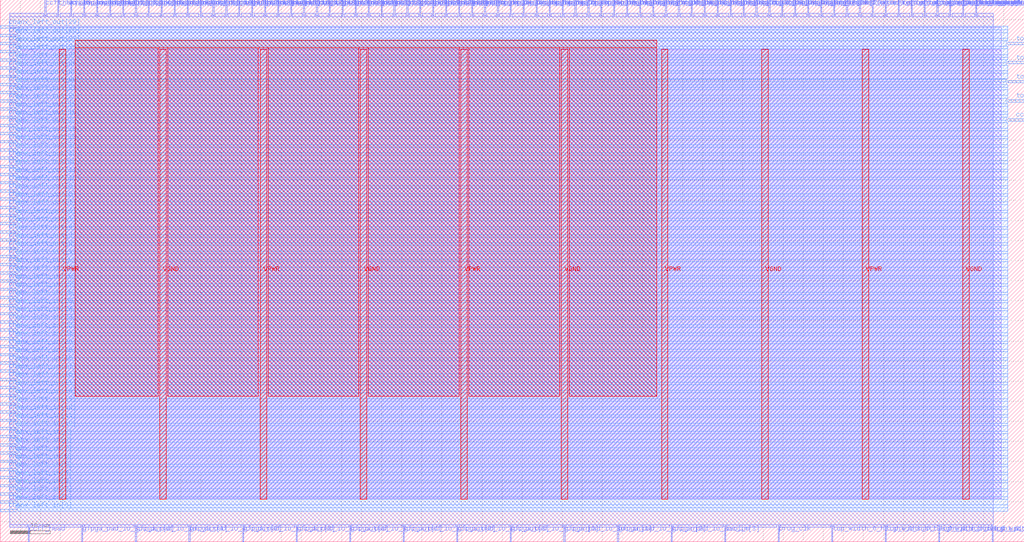
<source format=lef>
VERSION 5.7 ;
  NOWIREEXTENSIONATPIN ON ;
  DIVIDERCHAR "/" ;
  BUSBITCHARS "[]" ;
MACRO bottom_right_tile
  CLASS BLOCK ;
  FOREIGN bottom_right_tile ;
  ORIGIN 0.000 0.000 ;
  SIZE 255.000 BY 135.000 ;
  PIN VGND
    DIRECTION INOUT ;
    USE GROUND ;
    PORT
      LAYER met4 ;
        RECT 39.720 10.640 41.320 122.640 ;
    END
    PORT
      LAYER met4 ;
        RECT 89.720 10.640 91.320 122.640 ;
    END
    PORT
      LAYER met4 ;
        RECT 139.720 10.640 141.320 122.640 ;
    END
    PORT
      LAYER met4 ;
        RECT 189.720 10.640 191.320 122.640 ;
    END
    PORT
      LAYER met4 ;
        RECT 239.720 10.640 241.320 122.640 ;
    END
  END VGND
  PIN VPWR
    DIRECTION INOUT ;
    USE POWER ;
    PORT
      LAYER met4 ;
        RECT 14.720 10.640 16.320 122.640 ;
    END
    PORT
      LAYER met4 ;
        RECT 64.720 10.640 66.320 122.640 ;
    END
    PORT
      LAYER met4 ;
        RECT 114.720 10.640 116.320 122.640 ;
    END
    PORT
      LAYER met4 ;
        RECT 164.720 10.640 166.320 122.640 ;
    END
    PORT
      LAYER met4 ;
        RECT 214.720 10.640 216.320 122.640 ;
    END
  END VPWR
  PIN ccff_head
    DIRECTION INPUT ;
    USE SIGNAL ;
    PORT
      LAYER met2 ;
        RECT 6.990 0.000 7.270 4.000 ;
    END
  END ccff_head
  PIN ccff_head_1
    DIRECTION INPUT ;
    USE SIGNAL ;
    PORT
      LAYER met2 ;
        RECT 242.970 131.000 243.250 135.000 ;
    END
  END ccff_head_1
  PIN ccff_tail
    DIRECTION OUTPUT TRISTATE ;
    USE SIGNAL ;
    PORT
      LAYER met3 ;
        RECT 251.000 104.760 255.000 105.360 ;
    END
  END ccff_tail
  PIN ccff_tail_0
    DIRECTION OUTPUT TRISTATE ;
    USE SIGNAL ;
    PORT
      LAYER met2 ;
        RECT 11.130 131.000 11.410 135.000 ;
    END
  END ccff_tail_0
  PIN chanx_left_in[0]
    DIRECTION INPUT ;
    USE SIGNAL ;
    PORT
      LAYER met3 ;
        RECT 0.000 7.520 4.000 8.120 ;
    END
  END chanx_left_in[0]
  PIN chanx_left_in[10]
    DIRECTION INPUT ;
    USE SIGNAL ;
    PORT
      LAYER met3 ;
        RECT 0.000 27.920 4.000 28.520 ;
    END
  END chanx_left_in[10]
  PIN chanx_left_in[11]
    DIRECTION INPUT ;
    USE SIGNAL ;
    PORT
      LAYER met3 ;
        RECT 0.000 29.960 4.000 30.560 ;
    END
  END chanx_left_in[11]
  PIN chanx_left_in[12]
    DIRECTION INPUT ;
    USE SIGNAL ;
    PORT
      LAYER met3 ;
        RECT 0.000 32.000 4.000 32.600 ;
    END
  END chanx_left_in[12]
  PIN chanx_left_in[13]
    DIRECTION INPUT ;
    USE SIGNAL ;
    PORT
      LAYER met3 ;
        RECT 0.000 34.040 4.000 34.640 ;
    END
  END chanx_left_in[13]
  PIN chanx_left_in[14]
    DIRECTION INPUT ;
    USE SIGNAL ;
    PORT
      LAYER met3 ;
        RECT 0.000 36.080 4.000 36.680 ;
    END
  END chanx_left_in[14]
  PIN chanx_left_in[15]
    DIRECTION INPUT ;
    USE SIGNAL ;
    PORT
      LAYER met3 ;
        RECT 0.000 38.120 4.000 38.720 ;
    END
  END chanx_left_in[15]
  PIN chanx_left_in[16]
    DIRECTION INPUT ;
    USE SIGNAL ;
    PORT
      LAYER met3 ;
        RECT 0.000 40.160 4.000 40.760 ;
    END
  END chanx_left_in[16]
  PIN chanx_left_in[17]
    DIRECTION INPUT ;
    USE SIGNAL ;
    PORT
      LAYER met3 ;
        RECT 0.000 42.200 4.000 42.800 ;
    END
  END chanx_left_in[17]
  PIN chanx_left_in[18]
    DIRECTION INPUT ;
    USE SIGNAL ;
    PORT
      LAYER met3 ;
        RECT 0.000 44.240 4.000 44.840 ;
    END
  END chanx_left_in[18]
  PIN chanx_left_in[19]
    DIRECTION INPUT ;
    USE SIGNAL ;
    PORT
      LAYER met3 ;
        RECT 0.000 46.280 4.000 46.880 ;
    END
  END chanx_left_in[19]
  PIN chanx_left_in[1]
    DIRECTION INPUT ;
    USE SIGNAL ;
    PORT
      LAYER met3 ;
        RECT 0.000 9.560 4.000 10.160 ;
    END
  END chanx_left_in[1]
  PIN chanx_left_in[20]
    DIRECTION INPUT ;
    USE SIGNAL ;
    PORT
      LAYER met3 ;
        RECT 0.000 48.320 4.000 48.920 ;
    END
  END chanx_left_in[20]
  PIN chanx_left_in[21]
    DIRECTION INPUT ;
    USE SIGNAL ;
    PORT
      LAYER met3 ;
        RECT 0.000 50.360 4.000 50.960 ;
    END
  END chanx_left_in[21]
  PIN chanx_left_in[22]
    DIRECTION INPUT ;
    USE SIGNAL ;
    PORT
      LAYER met3 ;
        RECT 0.000 52.400 4.000 53.000 ;
    END
  END chanx_left_in[22]
  PIN chanx_left_in[23]
    DIRECTION INPUT ;
    USE SIGNAL ;
    PORT
      LAYER met3 ;
        RECT 0.000 54.440 4.000 55.040 ;
    END
  END chanx_left_in[23]
  PIN chanx_left_in[24]
    DIRECTION INPUT ;
    USE SIGNAL ;
    PORT
      LAYER met3 ;
        RECT 0.000 56.480 4.000 57.080 ;
    END
  END chanx_left_in[24]
  PIN chanx_left_in[25]
    DIRECTION INPUT ;
    USE SIGNAL ;
    PORT
      LAYER met3 ;
        RECT 0.000 58.520 4.000 59.120 ;
    END
  END chanx_left_in[25]
  PIN chanx_left_in[26]
    DIRECTION INPUT ;
    USE SIGNAL ;
    PORT
      LAYER met3 ;
        RECT 0.000 60.560 4.000 61.160 ;
    END
  END chanx_left_in[26]
  PIN chanx_left_in[27]
    DIRECTION INPUT ;
    USE SIGNAL ;
    PORT
      LAYER met3 ;
        RECT 0.000 62.600 4.000 63.200 ;
    END
  END chanx_left_in[27]
  PIN chanx_left_in[28]
    DIRECTION INPUT ;
    USE SIGNAL ;
    PORT
      LAYER met3 ;
        RECT 0.000 64.640 4.000 65.240 ;
    END
  END chanx_left_in[28]
  PIN chanx_left_in[29]
    DIRECTION INPUT ;
    USE SIGNAL ;
    PORT
      LAYER met3 ;
        RECT 0.000 66.680 4.000 67.280 ;
    END
  END chanx_left_in[29]
  PIN chanx_left_in[2]
    DIRECTION INPUT ;
    USE SIGNAL ;
    PORT
      LAYER met3 ;
        RECT 0.000 11.600 4.000 12.200 ;
    END
  END chanx_left_in[2]
  PIN chanx_left_in[3]
    DIRECTION INPUT ;
    USE SIGNAL ;
    PORT
      LAYER met3 ;
        RECT 0.000 13.640 4.000 14.240 ;
    END
  END chanx_left_in[3]
  PIN chanx_left_in[4]
    DIRECTION INPUT ;
    USE SIGNAL ;
    PORT
      LAYER met3 ;
        RECT 0.000 15.680 4.000 16.280 ;
    END
  END chanx_left_in[4]
  PIN chanx_left_in[5]
    DIRECTION INPUT ;
    USE SIGNAL ;
    PORT
      LAYER met3 ;
        RECT 0.000 17.720 4.000 18.320 ;
    END
  END chanx_left_in[5]
  PIN chanx_left_in[6]
    DIRECTION INPUT ;
    USE SIGNAL ;
    PORT
      LAYER met3 ;
        RECT 0.000 19.760 4.000 20.360 ;
    END
  END chanx_left_in[6]
  PIN chanx_left_in[7]
    DIRECTION INPUT ;
    USE SIGNAL ;
    PORT
      LAYER met3 ;
        RECT 0.000 21.800 4.000 22.400 ;
    END
  END chanx_left_in[7]
  PIN chanx_left_in[8]
    DIRECTION INPUT ;
    USE SIGNAL ;
    PORT
      LAYER met3 ;
        RECT 0.000 23.840 4.000 24.440 ;
    END
  END chanx_left_in[8]
  PIN chanx_left_in[9]
    DIRECTION INPUT ;
    USE SIGNAL ;
    PORT
      LAYER met3 ;
        RECT 0.000 25.880 4.000 26.480 ;
    END
  END chanx_left_in[9]
  PIN chanx_left_out[0]
    DIRECTION OUTPUT TRISTATE ;
    USE SIGNAL ;
    PORT
      LAYER met3 ;
        RECT 0.000 68.720 4.000 69.320 ;
    END
  END chanx_left_out[0]
  PIN chanx_left_out[10]
    DIRECTION OUTPUT TRISTATE ;
    USE SIGNAL ;
    PORT
      LAYER met3 ;
        RECT 0.000 89.120 4.000 89.720 ;
    END
  END chanx_left_out[10]
  PIN chanx_left_out[11]
    DIRECTION OUTPUT TRISTATE ;
    USE SIGNAL ;
    PORT
      LAYER met3 ;
        RECT 0.000 91.160 4.000 91.760 ;
    END
  END chanx_left_out[11]
  PIN chanx_left_out[12]
    DIRECTION OUTPUT TRISTATE ;
    USE SIGNAL ;
    PORT
      LAYER met3 ;
        RECT 0.000 93.200 4.000 93.800 ;
    END
  END chanx_left_out[12]
  PIN chanx_left_out[13]
    DIRECTION OUTPUT TRISTATE ;
    USE SIGNAL ;
    PORT
      LAYER met3 ;
        RECT 0.000 95.240 4.000 95.840 ;
    END
  END chanx_left_out[13]
  PIN chanx_left_out[14]
    DIRECTION OUTPUT TRISTATE ;
    USE SIGNAL ;
    PORT
      LAYER met3 ;
        RECT 0.000 97.280 4.000 97.880 ;
    END
  END chanx_left_out[14]
  PIN chanx_left_out[15]
    DIRECTION OUTPUT TRISTATE ;
    USE SIGNAL ;
    PORT
      LAYER met3 ;
        RECT 0.000 99.320 4.000 99.920 ;
    END
  END chanx_left_out[15]
  PIN chanx_left_out[16]
    DIRECTION OUTPUT TRISTATE ;
    USE SIGNAL ;
    PORT
      LAYER met3 ;
        RECT 0.000 101.360 4.000 101.960 ;
    END
  END chanx_left_out[16]
  PIN chanx_left_out[17]
    DIRECTION OUTPUT TRISTATE ;
    USE SIGNAL ;
    PORT
      LAYER met3 ;
        RECT 0.000 103.400 4.000 104.000 ;
    END
  END chanx_left_out[17]
  PIN chanx_left_out[18]
    DIRECTION OUTPUT TRISTATE ;
    USE SIGNAL ;
    PORT
      LAYER met3 ;
        RECT 0.000 105.440 4.000 106.040 ;
    END
  END chanx_left_out[18]
  PIN chanx_left_out[19]
    DIRECTION OUTPUT TRISTATE ;
    USE SIGNAL ;
    PORT
      LAYER met3 ;
        RECT 0.000 107.480 4.000 108.080 ;
    END
  END chanx_left_out[19]
  PIN chanx_left_out[1]
    DIRECTION OUTPUT TRISTATE ;
    USE SIGNAL ;
    PORT
      LAYER met3 ;
        RECT 0.000 70.760 4.000 71.360 ;
    END
  END chanx_left_out[1]
  PIN chanx_left_out[20]
    DIRECTION OUTPUT TRISTATE ;
    USE SIGNAL ;
    PORT
      LAYER met3 ;
        RECT 0.000 109.520 4.000 110.120 ;
    END
  END chanx_left_out[20]
  PIN chanx_left_out[21]
    DIRECTION OUTPUT TRISTATE ;
    USE SIGNAL ;
    PORT
      LAYER met3 ;
        RECT 0.000 111.560 4.000 112.160 ;
    END
  END chanx_left_out[21]
  PIN chanx_left_out[22]
    DIRECTION OUTPUT TRISTATE ;
    USE SIGNAL ;
    PORT
      LAYER met3 ;
        RECT 0.000 113.600 4.000 114.200 ;
    END
  END chanx_left_out[22]
  PIN chanx_left_out[23]
    DIRECTION OUTPUT TRISTATE ;
    USE SIGNAL ;
    PORT
      LAYER met3 ;
        RECT 0.000 115.640 4.000 116.240 ;
    END
  END chanx_left_out[23]
  PIN chanx_left_out[24]
    DIRECTION OUTPUT TRISTATE ;
    USE SIGNAL ;
    PORT
      LAYER met3 ;
        RECT 0.000 117.680 4.000 118.280 ;
    END
  END chanx_left_out[24]
  PIN chanx_left_out[25]
    DIRECTION OUTPUT TRISTATE ;
    USE SIGNAL ;
    PORT
      LAYER met3 ;
        RECT 0.000 119.720 4.000 120.320 ;
    END
  END chanx_left_out[25]
  PIN chanx_left_out[26]
    DIRECTION OUTPUT TRISTATE ;
    USE SIGNAL ;
    PORT
      LAYER met3 ;
        RECT 0.000 121.760 4.000 122.360 ;
    END
  END chanx_left_out[26]
  PIN chanx_left_out[27]
    DIRECTION OUTPUT TRISTATE ;
    USE SIGNAL ;
    PORT
      LAYER met3 ;
        RECT 0.000 123.800 4.000 124.400 ;
    END
  END chanx_left_out[27]
  PIN chanx_left_out[28]
    DIRECTION OUTPUT TRISTATE ;
    USE SIGNAL ;
    PORT
      LAYER met3 ;
        RECT 0.000 125.840 4.000 126.440 ;
    END
  END chanx_left_out[28]
  PIN chanx_left_out[29]
    DIRECTION OUTPUT TRISTATE ;
    USE SIGNAL ;
    PORT
      LAYER met3 ;
        RECT 0.000 127.880 4.000 128.480 ;
    END
  END chanx_left_out[29]
  PIN chanx_left_out[2]
    DIRECTION OUTPUT TRISTATE ;
    USE SIGNAL ;
    PORT
      LAYER met3 ;
        RECT 0.000 72.800 4.000 73.400 ;
    END
  END chanx_left_out[2]
  PIN chanx_left_out[3]
    DIRECTION OUTPUT TRISTATE ;
    USE SIGNAL ;
    PORT
      LAYER met3 ;
        RECT 0.000 74.840 4.000 75.440 ;
    END
  END chanx_left_out[3]
  PIN chanx_left_out[4]
    DIRECTION OUTPUT TRISTATE ;
    USE SIGNAL ;
    PORT
      LAYER met3 ;
        RECT 0.000 76.880 4.000 77.480 ;
    END
  END chanx_left_out[4]
  PIN chanx_left_out[5]
    DIRECTION OUTPUT TRISTATE ;
    USE SIGNAL ;
    PORT
      LAYER met3 ;
        RECT 0.000 78.920 4.000 79.520 ;
    END
  END chanx_left_out[5]
  PIN chanx_left_out[6]
    DIRECTION OUTPUT TRISTATE ;
    USE SIGNAL ;
    PORT
      LAYER met3 ;
        RECT 0.000 80.960 4.000 81.560 ;
    END
  END chanx_left_out[6]
  PIN chanx_left_out[7]
    DIRECTION OUTPUT TRISTATE ;
    USE SIGNAL ;
    PORT
      LAYER met3 ;
        RECT 0.000 83.000 4.000 83.600 ;
    END
  END chanx_left_out[7]
  PIN chanx_left_out[8]
    DIRECTION OUTPUT TRISTATE ;
    USE SIGNAL ;
    PORT
      LAYER met3 ;
        RECT 0.000 85.040 4.000 85.640 ;
    END
  END chanx_left_out[8]
  PIN chanx_left_out[9]
    DIRECTION OUTPUT TRISTATE ;
    USE SIGNAL ;
    PORT
      LAYER met3 ;
        RECT 0.000 87.080 4.000 87.680 ;
    END
  END chanx_left_out[9]
  PIN chany_top_in[0]
    DIRECTION INPUT ;
    USE SIGNAL ;
    PORT
      LAYER met2 ;
        RECT 110.950 131.000 111.230 135.000 ;
    END
  END chany_top_in[0]
  PIN chany_top_in[10]
    DIRECTION INPUT ;
    USE SIGNAL ;
    PORT
      LAYER met2 ;
        RECT 143.150 131.000 143.430 135.000 ;
    END
  END chany_top_in[10]
  PIN chany_top_in[11]
    DIRECTION INPUT ;
    USE SIGNAL ;
    PORT
      LAYER met2 ;
        RECT 146.370 131.000 146.650 135.000 ;
    END
  END chany_top_in[11]
  PIN chany_top_in[12]
    DIRECTION INPUT ;
    USE SIGNAL ;
    PORT
      LAYER met2 ;
        RECT 149.590 131.000 149.870 135.000 ;
    END
  END chany_top_in[12]
  PIN chany_top_in[13]
    DIRECTION INPUT ;
    USE SIGNAL ;
    PORT
      LAYER met2 ;
        RECT 152.810 131.000 153.090 135.000 ;
    END
  END chany_top_in[13]
  PIN chany_top_in[14]
    DIRECTION INPUT ;
    USE SIGNAL ;
    PORT
      LAYER met2 ;
        RECT 156.030 131.000 156.310 135.000 ;
    END
  END chany_top_in[14]
  PIN chany_top_in[15]
    DIRECTION INPUT ;
    USE SIGNAL ;
    PORT
      LAYER met2 ;
        RECT 159.250 131.000 159.530 135.000 ;
    END
  END chany_top_in[15]
  PIN chany_top_in[16]
    DIRECTION INPUT ;
    USE SIGNAL ;
    PORT
      LAYER met2 ;
        RECT 162.470 131.000 162.750 135.000 ;
    END
  END chany_top_in[16]
  PIN chany_top_in[17]
    DIRECTION INPUT ;
    USE SIGNAL ;
    PORT
      LAYER met2 ;
        RECT 165.690 131.000 165.970 135.000 ;
    END
  END chany_top_in[17]
  PIN chany_top_in[18]
    DIRECTION INPUT ;
    USE SIGNAL ;
    PORT
      LAYER met2 ;
        RECT 168.910 131.000 169.190 135.000 ;
    END
  END chany_top_in[18]
  PIN chany_top_in[19]
    DIRECTION INPUT ;
    USE SIGNAL ;
    PORT
      LAYER met2 ;
        RECT 172.130 131.000 172.410 135.000 ;
    END
  END chany_top_in[19]
  PIN chany_top_in[1]
    DIRECTION INPUT ;
    USE SIGNAL ;
    PORT
      LAYER met2 ;
        RECT 114.170 131.000 114.450 135.000 ;
    END
  END chany_top_in[1]
  PIN chany_top_in[20]
    DIRECTION INPUT ;
    USE SIGNAL ;
    PORT
      LAYER met2 ;
        RECT 175.350 131.000 175.630 135.000 ;
    END
  END chany_top_in[20]
  PIN chany_top_in[21]
    DIRECTION INPUT ;
    USE SIGNAL ;
    PORT
      LAYER met2 ;
        RECT 178.570 131.000 178.850 135.000 ;
    END
  END chany_top_in[21]
  PIN chany_top_in[22]
    DIRECTION INPUT ;
    USE SIGNAL ;
    PORT
      LAYER met2 ;
        RECT 181.790 131.000 182.070 135.000 ;
    END
  END chany_top_in[22]
  PIN chany_top_in[23]
    DIRECTION INPUT ;
    USE SIGNAL ;
    PORT
      LAYER met2 ;
        RECT 185.010 131.000 185.290 135.000 ;
    END
  END chany_top_in[23]
  PIN chany_top_in[24]
    DIRECTION INPUT ;
    USE SIGNAL ;
    PORT
      LAYER met2 ;
        RECT 188.230 131.000 188.510 135.000 ;
    END
  END chany_top_in[24]
  PIN chany_top_in[25]
    DIRECTION INPUT ;
    USE SIGNAL ;
    PORT
      LAYER met2 ;
        RECT 191.450 131.000 191.730 135.000 ;
    END
  END chany_top_in[25]
  PIN chany_top_in[26]
    DIRECTION INPUT ;
    USE SIGNAL ;
    PORT
      LAYER met2 ;
        RECT 194.670 131.000 194.950 135.000 ;
    END
  END chany_top_in[26]
  PIN chany_top_in[27]
    DIRECTION INPUT ;
    USE SIGNAL ;
    PORT
      LAYER met2 ;
        RECT 197.890 131.000 198.170 135.000 ;
    END
  END chany_top_in[27]
  PIN chany_top_in[28]
    DIRECTION INPUT ;
    USE SIGNAL ;
    PORT
      LAYER met2 ;
        RECT 201.110 131.000 201.390 135.000 ;
    END
  END chany_top_in[28]
  PIN chany_top_in[29]
    DIRECTION INPUT ;
    USE SIGNAL ;
    PORT
      LAYER met2 ;
        RECT 204.330 131.000 204.610 135.000 ;
    END
  END chany_top_in[29]
  PIN chany_top_in[2]
    DIRECTION INPUT ;
    USE SIGNAL ;
    PORT
      LAYER met2 ;
        RECT 117.390 131.000 117.670 135.000 ;
    END
  END chany_top_in[2]
  PIN chany_top_in[3]
    DIRECTION INPUT ;
    USE SIGNAL ;
    PORT
      LAYER met2 ;
        RECT 120.610 131.000 120.890 135.000 ;
    END
  END chany_top_in[3]
  PIN chany_top_in[4]
    DIRECTION INPUT ;
    USE SIGNAL ;
    PORT
      LAYER met2 ;
        RECT 123.830 131.000 124.110 135.000 ;
    END
  END chany_top_in[4]
  PIN chany_top_in[5]
    DIRECTION INPUT ;
    USE SIGNAL ;
    PORT
      LAYER met2 ;
        RECT 127.050 131.000 127.330 135.000 ;
    END
  END chany_top_in[5]
  PIN chany_top_in[6]
    DIRECTION INPUT ;
    USE SIGNAL ;
    PORT
      LAYER met2 ;
        RECT 130.270 131.000 130.550 135.000 ;
    END
  END chany_top_in[6]
  PIN chany_top_in[7]
    DIRECTION INPUT ;
    USE SIGNAL ;
    PORT
      LAYER met2 ;
        RECT 133.490 131.000 133.770 135.000 ;
    END
  END chany_top_in[7]
  PIN chany_top_in[8]
    DIRECTION INPUT ;
    USE SIGNAL ;
    PORT
      LAYER met2 ;
        RECT 136.710 131.000 136.990 135.000 ;
    END
  END chany_top_in[8]
  PIN chany_top_in[9]
    DIRECTION INPUT ;
    USE SIGNAL ;
    PORT
      LAYER met2 ;
        RECT 139.930 131.000 140.210 135.000 ;
    END
  END chany_top_in[9]
  PIN chany_top_out[0]
    DIRECTION OUTPUT TRISTATE ;
    USE SIGNAL ;
    PORT
      LAYER met2 ;
        RECT 14.350 131.000 14.630 135.000 ;
    END
  END chany_top_out[0]
  PIN chany_top_out[10]
    DIRECTION OUTPUT TRISTATE ;
    USE SIGNAL ;
    PORT
      LAYER met2 ;
        RECT 46.550 131.000 46.830 135.000 ;
    END
  END chany_top_out[10]
  PIN chany_top_out[11]
    DIRECTION OUTPUT TRISTATE ;
    USE SIGNAL ;
    PORT
      LAYER met2 ;
        RECT 49.770 131.000 50.050 135.000 ;
    END
  END chany_top_out[11]
  PIN chany_top_out[12]
    DIRECTION OUTPUT TRISTATE ;
    USE SIGNAL ;
    PORT
      LAYER met2 ;
        RECT 52.990 131.000 53.270 135.000 ;
    END
  END chany_top_out[12]
  PIN chany_top_out[13]
    DIRECTION OUTPUT TRISTATE ;
    USE SIGNAL ;
    PORT
      LAYER met2 ;
        RECT 56.210 131.000 56.490 135.000 ;
    END
  END chany_top_out[13]
  PIN chany_top_out[14]
    DIRECTION OUTPUT TRISTATE ;
    USE SIGNAL ;
    PORT
      LAYER met2 ;
        RECT 59.430 131.000 59.710 135.000 ;
    END
  END chany_top_out[14]
  PIN chany_top_out[15]
    DIRECTION OUTPUT TRISTATE ;
    USE SIGNAL ;
    PORT
      LAYER met2 ;
        RECT 62.650 131.000 62.930 135.000 ;
    END
  END chany_top_out[15]
  PIN chany_top_out[16]
    DIRECTION OUTPUT TRISTATE ;
    USE SIGNAL ;
    PORT
      LAYER met2 ;
        RECT 65.870 131.000 66.150 135.000 ;
    END
  END chany_top_out[16]
  PIN chany_top_out[17]
    DIRECTION OUTPUT TRISTATE ;
    USE SIGNAL ;
    PORT
      LAYER met2 ;
        RECT 69.090 131.000 69.370 135.000 ;
    END
  END chany_top_out[17]
  PIN chany_top_out[18]
    DIRECTION OUTPUT TRISTATE ;
    USE SIGNAL ;
    PORT
      LAYER met2 ;
        RECT 72.310 131.000 72.590 135.000 ;
    END
  END chany_top_out[18]
  PIN chany_top_out[19]
    DIRECTION OUTPUT TRISTATE ;
    USE SIGNAL ;
    PORT
      LAYER met2 ;
        RECT 75.530 131.000 75.810 135.000 ;
    END
  END chany_top_out[19]
  PIN chany_top_out[1]
    DIRECTION OUTPUT TRISTATE ;
    USE SIGNAL ;
    PORT
      LAYER met2 ;
        RECT 17.570 131.000 17.850 135.000 ;
    END
  END chany_top_out[1]
  PIN chany_top_out[20]
    DIRECTION OUTPUT TRISTATE ;
    USE SIGNAL ;
    PORT
      LAYER met2 ;
        RECT 78.750 131.000 79.030 135.000 ;
    END
  END chany_top_out[20]
  PIN chany_top_out[21]
    DIRECTION OUTPUT TRISTATE ;
    USE SIGNAL ;
    PORT
      LAYER met2 ;
        RECT 81.970 131.000 82.250 135.000 ;
    END
  END chany_top_out[21]
  PIN chany_top_out[22]
    DIRECTION OUTPUT TRISTATE ;
    USE SIGNAL ;
    PORT
      LAYER met2 ;
        RECT 85.190 131.000 85.470 135.000 ;
    END
  END chany_top_out[22]
  PIN chany_top_out[23]
    DIRECTION OUTPUT TRISTATE ;
    USE SIGNAL ;
    PORT
      LAYER met2 ;
        RECT 88.410 131.000 88.690 135.000 ;
    END
  END chany_top_out[23]
  PIN chany_top_out[24]
    DIRECTION OUTPUT TRISTATE ;
    USE SIGNAL ;
    PORT
      LAYER met2 ;
        RECT 91.630 131.000 91.910 135.000 ;
    END
  END chany_top_out[24]
  PIN chany_top_out[25]
    DIRECTION OUTPUT TRISTATE ;
    USE SIGNAL ;
    PORT
      LAYER met2 ;
        RECT 94.850 131.000 95.130 135.000 ;
    END
  END chany_top_out[25]
  PIN chany_top_out[26]
    DIRECTION OUTPUT TRISTATE ;
    USE SIGNAL ;
    PORT
      LAYER met2 ;
        RECT 98.070 131.000 98.350 135.000 ;
    END
  END chany_top_out[26]
  PIN chany_top_out[27]
    DIRECTION OUTPUT TRISTATE ;
    USE SIGNAL ;
    PORT
      LAYER met2 ;
        RECT 101.290 131.000 101.570 135.000 ;
    END
  END chany_top_out[27]
  PIN chany_top_out[28]
    DIRECTION OUTPUT TRISTATE ;
    USE SIGNAL ;
    PORT
      LAYER met2 ;
        RECT 104.510 131.000 104.790 135.000 ;
    END
  END chany_top_out[28]
  PIN chany_top_out[29]
    DIRECTION OUTPUT TRISTATE ;
    USE SIGNAL ;
    PORT
      LAYER met2 ;
        RECT 107.730 131.000 108.010 135.000 ;
    END
  END chany_top_out[29]
  PIN chany_top_out[2]
    DIRECTION OUTPUT TRISTATE ;
    USE SIGNAL ;
    PORT
      LAYER met2 ;
        RECT 20.790 131.000 21.070 135.000 ;
    END
  END chany_top_out[2]
  PIN chany_top_out[3]
    DIRECTION OUTPUT TRISTATE ;
    USE SIGNAL ;
    PORT
      LAYER met2 ;
        RECT 24.010 131.000 24.290 135.000 ;
    END
  END chany_top_out[3]
  PIN chany_top_out[4]
    DIRECTION OUTPUT TRISTATE ;
    USE SIGNAL ;
    PORT
      LAYER met2 ;
        RECT 27.230 131.000 27.510 135.000 ;
    END
  END chany_top_out[4]
  PIN chany_top_out[5]
    DIRECTION OUTPUT TRISTATE ;
    USE SIGNAL ;
    PORT
      LAYER met2 ;
        RECT 30.450 131.000 30.730 135.000 ;
    END
  END chany_top_out[5]
  PIN chany_top_out[6]
    DIRECTION OUTPUT TRISTATE ;
    USE SIGNAL ;
    PORT
      LAYER met2 ;
        RECT 33.670 131.000 33.950 135.000 ;
    END
  END chany_top_out[6]
  PIN chany_top_out[7]
    DIRECTION OUTPUT TRISTATE ;
    USE SIGNAL ;
    PORT
      LAYER met2 ;
        RECT 36.890 131.000 37.170 135.000 ;
    END
  END chany_top_out[7]
  PIN chany_top_out[8]
    DIRECTION OUTPUT TRISTATE ;
    USE SIGNAL ;
    PORT
      LAYER met2 ;
        RECT 40.110 131.000 40.390 135.000 ;
    END
  END chany_top_out[8]
  PIN chany_top_out[9]
    DIRECTION OUTPUT TRISTATE ;
    USE SIGNAL ;
    PORT
      LAYER met2 ;
        RECT 43.330 131.000 43.610 135.000 ;
    END
  END chany_top_out[9]
  PIN gfpga_pad_io_soc_dir[0]
    DIRECTION OUTPUT TRISTATE ;
    USE SIGNAL ;
    PORT
      LAYER met2 ;
        RECT 20.330 0.000 20.610 4.000 ;
    END
  END gfpga_pad_io_soc_dir[0]
  PIN gfpga_pad_io_soc_dir[1]
    DIRECTION OUTPUT TRISTATE ;
    USE SIGNAL ;
    PORT
      LAYER met2 ;
        RECT 33.670 0.000 33.950 4.000 ;
    END
  END gfpga_pad_io_soc_dir[1]
  PIN gfpga_pad_io_soc_dir[2]
    DIRECTION OUTPUT TRISTATE ;
    USE SIGNAL ;
    PORT
      LAYER met2 ;
        RECT 47.010 0.000 47.290 4.000 ;
    END
  END gfpga_pad_io_soc_dir[2]
  PIN gfpga_pad_io_soc_dir[3]
    DIRECTION OUTPUT TRISTATE ;
    USE SIGNAL ;
    PORT
      LAYER met2 ;
        RECT 60.350 0.000 60.630 4.000 ;
    END
  END gfpga_pad_io_soc_dir[3]
  PIN gfpga_pad_io_soc_in[0]
    DIRECTION INPUT ;
    USE SIGNAL ;
    PORT
      LAYER met2 ;
        RECT 127.050 0.000 127.330 4.000 ;
    END
  END gfpga_pad_io_soc_in[0]
  PIN gfpga_pad_io_soc_in[1]
    DIRECTION INPUT ;
    USE SIGNAL ;
    PORT
      LAYER met2 ;
        RECT 140.390 0.000 140.670 4.000 ;
    END
  END gfpga_pad_io_soc_in[1]
  PIN gfpga_pad_io_soc_in[2]
    DIRECTION INPUT ;
    USE SIGNAL ;
    PORT
      LAYER met2 ;
        RECT 153.730 0.000 154.010 4.000 ;
    END
  END gfpga_pad_io_soc_in[2]
  PIN gfpga_pad_io_soc_in[3]
    DIRECTION INPUT ;
    USE SIGNAL ;
    PORT
      LAYER met2 ;
        RECT 167.070 0.000 167.350 4.000 ;
    END
  END gfpga_pad_io_soc_in[3]
  PIN gfpga_pad_io_soc_out[0]
    DIRECTION OUTPUT TRISTATE ;
    USE SIGNAL ;
    PORT
      LAYER met2 ;
        RECT 73.690 0.000 73.970 4.000 ;
    END
  END gfpga_pad_io_soc_out[0]
  PIN gfpga_pad_io_soc_out[1]
    DIRECTION OUTPUT TRISTATE ;
    USE SIGNAL ;
    PORT
      LAYER met2 ;
        RECT 87.030 0.000 87.310 4.000 ;
    END
  END gfpga_pad_io_soc_out[1]
  PIN gfpga_pad_io_soc_out[2]
    DIRECTION OUTPUT TRISTATE ;
    USE SIGNAL ;
    PORT
      LAYER met2 ;
        RECT 100.370 0.000 100.650 4.000 ;
    END
  END gfpga_pad_io_soc_out[2]
  PIN gfpga_pad_io_soc_out[3]
    DIRECTION OUTPUT TRISTATE ;
    USE SIGNAL ;
    PORT
      LAYER met2 ;
        RECT 113.710 0.000 113.990 4.000 ;
    END
  END gfpga_pad_io_soc_out[3]
  PIN isol_n
    DIRECTION INPUT ;
    USE SIGNAL ;
    PORT
      LAYER met2 ;
        RECT 180.410 0.000 180.690 4.000 ;
    END
  END isol_n
  PIN prog_clk
    DIRECTION INPUT ;
    USE SIGNAL ;
    PORT
      LAYER met2 ;
        RECT 193.750 0.000 194.030 4.000 ;
    END
  END prog_clk
  PIN prog_reset
    DIRECTION INPUT ;
    USE SIGNAL ;
    PORT
      LAYER met2 ;
        RECT 207.550 131.000 207.830 135.000 ;
    END
  END prog_reset
  PIN reset
    DIRECTION INPUT ;
    USE SIGNAL ;
    PORT
      LAYER met2 ;
        RECT 210.770 131.000 211.050 135.000 ;
    END
  END reset
  PIN test_enable
    DIRECTION INPUT ;
    USE SIGNAL ;
    PORT
      LAYER met2 ;
        RECT 213.990 131.000 214.270 135.000 ;
    END
  END test_enable
  PIN top_left_grid_right_width_0_height_0_subtile_0__pin_O_10_
    DIRECTION INPUT ;
    USE SIGNAL ;
    PORT
      LAYER met2 ;
        RECT 223.650 131.000 223.930 135.000 ;
    END
  END top_left_grid_right_width_0_height_0_subtile_0__pin_O_10_
  PIN top_left_grid_right_width_0_height_0_subtile_0__pin_O_11_
    DIRECTION INPUT ;
    USE SIGNAL ;
    PORT
      LAYER met2 ;
        RECT 226.870 131.000 227.150 135.000 ;
    END
  END top_left_grid_right_width_0_height_0_subtile_0__pin_O_11_
  PIN top_left_grid_right_width_0_height_0_subtile_0__pin_O_12_
    DIRECTION INPUT ;
    USE SIGNAL ;
    PORT
      LAYER met2 ;
        RECT 230.090 131.000 230.370 135.000 ;
    END
  END top_left_grid_right_width_0_height_0_subtile_0__pin_O_12_
  PIN top_left_grid_right_width_0_height_0_subtile_0__pin_O_13_
    DIRECTION INPUT ;
    USE SIGNAL ;
    PORT
      LAYER met2 ;
        RECT 233.310 131.000 233.590 135.000 ;
    END
  END top_left_grid_right_width_0_height_0_subtile_0__pin_O_13_
  PIN top_left_grid_right_width_0_height_0_subtile_0__pin_O_14_
    DIRECTION INPUT ;
    USE SIGNAL ;
    PORT
      LAYER met2 ;
        RECT 236.530 131.000 236.810 135.000 ;
    END
  END top_left_grid_right_width_0_height_0_subtile_0__pin_O_14_
  PIN top_left_grid_right_width_0_height_0_subtile_0__pin_O_15_
    DIRECTION INPUT ;
    USE SIGNAL ;
    PORT
      LAYER met2 ;
        RECT 239.750 131.000 240.030 135.000 ;
    END
  END top_left_grid_right_width_0_height_0_subtile_0__pin_O_15_
  PIN top_left_grid_right_width_0_height_0_subtile_0__pin_O_8_
    DIRECTION INPUT ;
    USE SIGNAL ;
    PORT
      LAYER met2 ;
        RECT 217.210 131.000 217.490 135.000 ;
    END
  END top_left_grid_right_width_0_height_0_subtile_0__pin_O_8_
  PIN top_left_grid_right_width_0_height_0_subtile_0__pin_O_9_
    DIRECTION INPUT ;
    USE SIGNAL ;
    PORT
      LAYER met2 ;
        RECT 220.430 131.000 220.710 135.000 ;
    END
  END top_left_grid_right_width_0_height_0_subtile_0__pin_O_9_
  PIN top_right_grid_left_width_0_height_0_subtile_0__pin_inpad_0_
    DIRECTION INPUT ;
    USE SIGNAL ;
    PORT
      LAYER met3 ;
        RECT 251.000 109.520 255.000 110.120 ;
    END
  END top_right_grid_left_width_0_height_0_subtile_0__pin_inpad_0_
  PIN top_right_grid_left_width_0_height_0_subtile_1__pin_inpad_0_
    DIRECTION INPUT ;
    USE SIGNAL ;
    PORT
      LAYER met3 ;
        RECT 251.000 114.280 255.000 114.880 ;
    END
  END top_right_grid_left_width_0_height_0_subtile_1__pin_inpad_0_
  PIN top_right_grid_left_width_0_height_0_subtile_2__pin_inpad_0_
    DIRECTION INPUT ;
    USE SIGNAL ;
    PORT
      LAYER met3 ;
        RECT 251.000 119.040 255.000 119.640 ;
    END
  END top_right_grid_left_width_0_height_0_subtile_2__pin_inpad_0_
  PIN top_right_grid_left_width_0_height_0_subtile_3__pin_inpad_0_
    DIRECTION INPUT ;
    USE SIGNAL ;
    PORT
      LAYER met3 ;
        RECT 251.000 123.800 255.000 124.400 ;
    END
  END top_right_grid_left_width_0_height_0_subtile_3__pin_inpad_0_
  PIN top_width_0_height_0_subtile_0__pin_inpad_0_
    DIRECTION OUTPUT TRISTATE ;
    USE SIGNAL ;
    PORT
      LAYER met2 ;
        RECT 207.090 0.000 207.370 4.000 ;
    END
  END top_width_0_height_0_subtile_0__pin_inpad_0_
  PIN top_width_0_height_0_subtile_1__pin_inpad_0_
    DIRECTION OUTPUT TRISTATE ;
    USE SIGNAL ;
    PORT
      LAYER met2 ;
        RECT 220.430 0.000 220.710 4.000 ;
    END
  END top_width_0_height_0_subtile_1__pin_inpad_0_
  PIN top_width_0_height_0_subtile_2__pin_inpad_0_
    DIRECTION OUTPUT TRISTATE ;
    USE SIGNAL ;
    PORT
      LAYER met2 ;
        RECT 233.770 0.000 234.050 4.000 ;
    END
  END top_width_0_height_0_subtile_2__pin_inpad_0_
  PIN top_width_0_height_0_subtile_3__pin_inpad_0_
    DIRECTION OUTPUT TRISTATE ;
    USE SIGNAL ;
    PORT
      LAYER met2 ;
        RECT 247.110 0.000 247.390 4.000 ;
    END
  END top_width_0_height_0_subtile_3__pin_inpad_0_
  OBS
      LAYER li1 ;
        RECT 5.520 10.795 249.320 122.485 ;
      LAYER met1 ;
        RECT 2.370 10.640 249.320 128.140 ;
      LAYER met2 ;
        RECT 2.400 130.720 10.850 131.650 ;
        RECT 11.690 130.720 14.070 131.650 ;
        RECT 14.910 130.720 17.290 131.650 ;
        RECT 18.130 130.720 20.510 131.650 ;
        RECT 21.350 130.720 23.730 131.650 ;
        RECT 24.570 130.720 26.950 131.650 ;
        RECT 27.790 130.720 30.170 131.650 ;
        RECT 31.010 130.720 33.390 131.650 ;
        RECT 34.230 130.720 36.610 131.650 ;
        RECT 37.450 130.720 39.830 131.650 ;
        RECT 40.670 130.720 43.050 131.650 ;
        RECT 43.890 130.720 46.270 131.650 ;
        RECT 47.110 130.720 49.490 131.650 ;
        RECT 50.330 130.720 52.710 131.650 ;
        RECT 53.550 130.720 55.930 131.650 ;
        RECT 56.770 130.720 59.150 131.650 ;
        RECT 59.990 130.720 62.370 131.650 ;
        RECT 63.210 130.720 65.590 131.650 ;
        RECT 66.430 130.720 68.810 131.650 ;
        RECT 69.650 130.720 72.030 131.650 ;
        RECT 72.870 130.720 75.250 131.650 ;
        RECT 76.090 130.720 78.470 131.650 ;
        RECT 79.310 130.720 81.690 131.650 ;
        RECT 82.530 130.720 84.910 131.650 ;
        RECT 85.750 130.720 88.130 131.650 ;
        RECT 88.970 130.720 91.350 131.650 ;
        RECT 92.190 130.720 94.570 131.650 ;
        RECT 95.410 130.720 97.790 131.650 ;
        RECT 98.630 130.720 101.010 131.650 ;
        RECT 101.850 130.720 104.230 131.650 ;
        RECT 105.070 130.720 107.450 131.650 ;
        RECT 108.290 130.720 110.670 131.650 ;
        RECT 111.510 130.720 113.890 131.650 ;
        RECT 114.730 130.720 117.110 131.650 ;
        RECT 117.950 130.720 120.330 131.650 ;
        RECT 121.170 130.720 123.550 131.650 ;
        RECT 124.390 130.720 126.770 131.650 ;
        RECT 127.610 130.720 129.990 131.650 ;
        RECT 130.830 130.720 133.210 131.650 ;
        RECT 134.050 130.720 136.430 131.650 ;
        RECT 137.270 130.720 139.650 131.650 ;
        RECT 140.490 130.720 142.870 131.650 ;
        RECT 143.710 130.720 146.090 131.650 ;
        RECT 146.930 130.720 149.310 131.650 ;
        RECT 150.150 130.720 152.530 131.650 ;
        RECT 153.370 130.720 155.750 131.650 ;
        RECT 156.590 130.720 158.970 131.650 ;
        RECT 159.810 130.720 162.190 131.650 ;
        RECT 163.030 130.720 165.410 131.650 ;
        RECT 166.250 130.720 168.630 131.650 ;
        RECT 169.470 130.720 171.850 131.650 ;
        RECT 172.690 130.720 175.070 131.650 ;
        RECT 175.910 130.720 178.290 131.650 ;
        RECT 179.130 130.720 181.510 131.650 ;
        RECT 182.350 130.720 184.730 131.650 ;
        RECT 185.570 130.720 187.950 131.650 ;
        RECT 188.790 130.720 191.170 131.650 ;
        RECT 192.010 130.720 194.390 131.650 ;
        RECT 195.230 130.720 197.610 131.650 ;
        RECT 198.450 130.720 200.830 131.650 ;
        RECT 201.670 130.720 204.050 131.650 ;
        RECT 204.890 130.720 207.270 131.650 ;
        RECT 208.110 130.720 210.490 131.650 ;
        RECT 211.330 130.720 213.710 131.650 ;
        RECT 214.550 130.720 216.930 131.650 ;
        RECT 217.770 130.720 220.150 131.650 ;
        RECT 220.990 130.720 223.370 131.650 ;
        RECT 224.210 130.720 226.590 131.650 ;
        RECT 227.430 130.720 229.810 131.650 ;
        RECT 230.650 130.720 233.030 131.650 ;
        RECT 233.870 130.720 236.250 131.650 ;
        RECT 237.090 130.720 239.470 131.650 ;
        RECT 240.310 130.720 242.690 131.650 ;
        RECT 243.530 130.720 247.380 131.650 ;
        RECT 2.400 4.280 247.380 130.720 ;
        RECT 2.400 3.670 6.710 4.280 ;
        RECT 7.550 3.670 20.050 4.280 ;
        RECT 20.890 3.670 33.390 4.280 ;
        RECT 34.230 3.670 46.730 4.280 ;
        RECT 47.570 3.670 60.070 4.280 ;
        RECT 60.910 3.670 73.410 4.280 ;
        RECT 74.250 3.670 86.750 4.280 ;
        RECT 87.590 3.670 100.090 4.280 ;
        RECT 100.930 3.670 113.430 4.280 ;
        RECT 114.270 3.670 126.770 4.280 ;
        RECT 127.610 3.670 140.110 4.280 ;
        RECT 140.950 3.670 153.450 4.280 ;
        RECT 154.290 3.670 166.790 4.280 ;
        RECT 167.630 3.670 180.130 4.280 ;
        RECT 180.970 3.670 193.470 4.280 ;
        RECT 194.310 3.670 206.810 4.280 ;
        RECT 207.650 3.670 220.150 4.280 ;
        RECT 220.990 3.670 233.490 4.280 ;
        RECT 234.330 3.670 246.830 4.280 ;
      LAYER met3 ;
        RECT 4.400 127.480 251.000 128.345 ;
        RECT 4.000 126.840 251.000 127.480 ;
        RECT 4.400 125.440 251.000 126.840 ;
        RECT 4.000 124.800 251.000 125.440 ;
        RECT 4.400 123.400 250.600 124.800 ;
        RECT 4.000 122.760 251.000 123.400 ;
        RECT 4.400 121.360 251.000 122.760 ;
        RECT 4.000 120.720 251.000 121.360 ;
        RECT 4.400 120.040 251.000 120.720 ;
        RECT 4.400 119.320 250.600 120.040 ;
        RECT 4.000 118.680 250.600 119.320 ;
        RECT 4.400 118.640 250.600 118.680 ;
        RECT 4.400 117.280 251.000 118.640 ;
        RECT 4.000 116.640 251.000 117.280 ;
        RECT 4.400 115.280 251.000 116.640 ;
        RECT 4.400 115.240 250.600 115.280 ;
        RECT 4.000 114.600 250.600 115.240 ;
        RECT 4.400 113.880 250.600 114.600 ;
        RECT 4.400 113.200 251.000 113.880 ;
        RECT 4.000 112.560 251.000 113.200 ;
        RECT 4.400 111.160 251.000 112.560 ;
        RECT 4.000 110.520 251.000 111.160 ;
        RECT 4.400 109.120 250.600 110.520 ;
        RECT 4.000 108.480 251.000 109.120 ;
        RECT 4.400 107.080 251.000 108.480 ;
        RECT 4.000 106.440 251.000 107.080 ;
        RECT 4.400 105.760 251.000 106.440 ;
        RECT 4.400 105.040 250.600 105.760 ;
        RECT 4.000 104.400 250.600 105.040 ;
        RECT 4.400 104.360 250.600 104.400 ;
        RECT 4.400 103.000 251.000 104.360 ;
        RECT 4.000 102.360 251.000 103.000 ;
        RECT 4.400 100.960 251.000 102.360 ;
        RECT 4.000 100.320 251.000 100.960 ;
        RECT 4.400 98.920 251.000 100.320 ;
        RECT 4.000 98.280 251.000 98.920 ;
        RECT 4.400 96.880 251.000 98.280 ;
        RECT 4.000 96.240 251.000 96.880 ;
        RECT 4.400 94.840 251.000 96.240 ;
        RECT 4.000 94.200 251.000 94.840 ;
        RECT 4.400 92.800 251.000 94.200 ;
        RECT 4.000 92.160 251.000 92.800 ;
        RECT 4.400 90.760 251.000 92.160 ;
        RECT 4.000 90.120 251.000 90.760 ;
        RECT 4.400 88.720 251.000 90.120 ;
        RECT 4.000 88.080 251.000 88.720 ;
        RECT 4.400 86.680 251.000 88.080 ;
        RECT 4.000 86.040 251.000 86.680 ;
        RECT 4.400 84.640 251.000 86.040 ;
        RECT 4.000 84.000 251.000 84.640 ;
        RECT 4.400 82.600 251.000 84.000 ;
        RECT 4.000 81.960 251.000 82.600 ;
        RECT 4.400 80.560 251.000 81.960 ;
        RECT 4.000 79.920 251.000 80.560 ;
        RECT 4.400 78.520 251.000 79.920 ;
        RECT 4.000 77.880 251.000 78.520 ;
        RECT 4.400 76.480 251.000 77.880 ;
        RECT 4.000 75.840 251.000 76.480 ;
        RECT 4.400 74.440 251.000 75.840 ;
        RECT 4.000 73.800 251.000 74.440 ;
        RECT 4.400 72.400 251.000 73.800 ;
        RECT 4.000 71.760 251.000 72.400 ;
        RECT 4.400 70.360 251.000 71.760 ;
        RECT 4.000 69.720 251.000 70.360 ;
        RECT 4.400 68.320 251.000 69.720 ;
        RECT 4.000 67.680 251.000 68.320 ;
        RECT 4.400 66.280 251.000 67.680 ;
        RECT 4.000 65.640 251.000 66.280 ;
        RECT 4.400 64.240 251.000 65.640 ;
        RECT 4.000 63.600 251.000 64.240 ;
        RECT 4.400 62.200 251.000 63.600 ;
        RECT 4.000 61.560 251.000 62.200 ;
        RECT 4.400 60.160 251.000 61.560 ;
        RECT 4.000 59.520 251.000 60.160 ;
        RECT 4.400 58.120 251.000 59.520 ;
        RECT 4.000 57.480 251.000 58.120 ;
        RECT 4.400 56.080 251.000 57.480 ;
        RECT 4.000 55.440 251.000 56.080 ;
        RECT 4.400 54.040 251.000 55.440 ;
        RECT 4.000 53.400 251.000 54.040 ;
        RECT 4.400 52.000 251.000 53.400 ;
        RECT 4.000 51.360 251.000 52.000 ;
        RECT 4.400 49.960 251.000 51.360 ;
        RECT 4.000 49.320 251.000 49.960 ;
        RECT 4.400 47.920 251.000 49.320 ;
        RECT 4.000 47.280 251.000 47.920 ;
        RECT 4.400 45.880 251.000 47.280 ;
        RECT 4.000 45.240 251.000 45.880 ;
        RECT 4.400 43.840 251.000 45.240 ;
        RECT 4.000 43.200 251.000 43.840 ;
        RECT 4.400 41.800 251.000 43.200 ;
        RECT 4.000 41.160 251.000 41.800 ;
        RECT 4.400 39.760 251.000 41.160 ;
        RECT 4.000 39.120 251.000 39.760 ;
        RECT 4.400 37.720 251.000 39.120 ;
        RECT 4.000 37.080 251.000 37.720 ;
        RECT 4.400 35.680 251.000 37.080 ;
        RECT 4.000 35.040 251.000 35.680 ;
        RECT 4.400 33.640 251.000 35.040 ;
        RECT 4.000 33.000 251.000 33.640 ;
        RECT 4.400 31.600 251.000 33.000 ;
        RECT 4.000 30.960 251.000 31.600 ;
        RECT 4.400 29.560 251.000 30.960 ;
        RECT 4.000 28.920 251.000 29.560 ;
        RECT 4.400 27.520 251.000 28.920 ;
        RECT 4.000 26.880 251.000 27.520 ;
        RECT 4.400 25.480 251.000 26.880 ;
        RECT 4.000 24.840 251.000 25.480 ;
        RECT 4.400 23.440 251.000 24.840 ;
        RECT 4.000 22.800 251.000 23.440 ;
        RECT 4.400 21.400 251.000 22.800 ;
        RECT 4.000 20.760 251.000 21.400 ;
        RECT 4.400 19.360 251.000 20.760 ;
        RECT 4.000 18.720 251.000 19.360 ;
        RECT 4.400 17.320 251.000 18.720 ;
        RECT 4.000 16.680 251.000 17.320 ;
        RECT 4.400 15.280 251.000 16.680 ;
        RECT 4.000 14.640 251.000 15.280 ;
        RECT 4.400 13.240 251.000 14.640 ;
        RECT 4.000 12.600 251.000 13.240 ;
        RECT 4.400 11.200 251.000 12.600 ;
        RECT 4.000 10.560 251.000 11.200 ;
        RECT 4.400 9.160 251.000 10.560 ;
        RECT 4.000 8.520 251.000 9.160 ;
        RECT 4.400 7.655 251.000 8.520 ;
      LAYER met4 ;
        RECT 18.695 123.040 163.465 124.945 ;
        RECT 18.695 36.215 39.320 123.040 ;
        RECT 41.720 36.215 64.320 123.040 ;
        RECT 66.720 36.215 89.320 123.040 ;
        RECT 91.720 36.215 114.320 123.040 ;
        RECT 116.720 36.215 139.320 123.040 ;
        RECT 141.720 36.215 163.465 123.040 ;
  END
END bottom_right_tile
END LIBRARY


</source>
